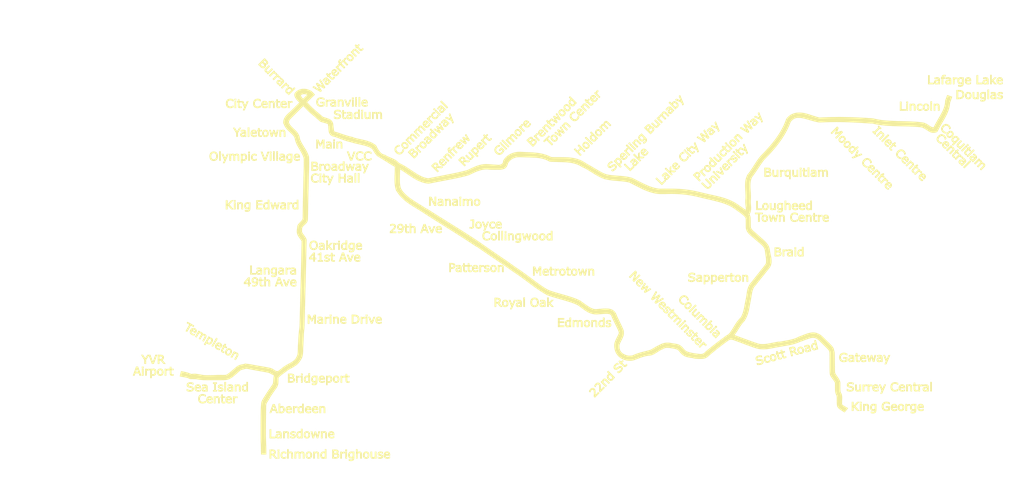
<source format=kicad_pcb>
(kicad_pcb (version 20221018) (generator pcbnew)
  (layers (0 "F.Cu" signal) (31 "B.Cu" signal) (34 "B.Paste" user) (35 "F.Paste" user) (36 "B.SilkS" user "B.Silkscreen") (37 "F.SilkS" user "F.Silkscreen") (38 "B.Mask" user) (39 "F.Mask" user) (44 "Edge.Cuts" user))
  (net 0 "")
  (footprint "LOGO" (layer "F.Cu") (at 130.569417 77.549314)
    (fp_text reference "G***" hide)
    (fp_text value "LOGO" hide)
  )
  (footprint "LOGO" (layer "F.Cu") (at 130.569417 77.549314)
    (fp_text reference "G***" hide)
    (fp_text value "LOGO" hide)
  )
  (footprint "LOGO" (layer "F.Cu") (at 130.569417 77.549314)
    (fp_text reference "G***" hide)
    (fp_text value "LOGO" hide)
  )
)
</source>
